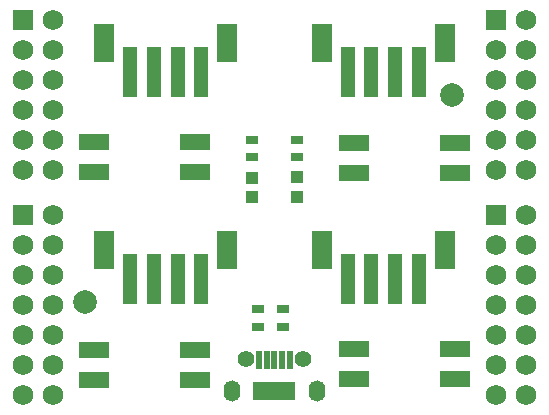
<source format=gts>
G04*
G04 #@! TF.GenerationSoftware,Altium Limited,Altium Designer,21.4.1 (30)*
G04*
G04 Layer_Color=8388736*
%FSLAX44Y44*%
%MOMM*%
G71*
G04*
G04 #@! TF.SameCoordinates,D9E7D647-E61C-487C-AA5F-480CAE51DE59*
G04*
G04*
G04 #@! TF.FilePolarity,Negative*
G04*
G01*
G75*
%ADD24R,1.0032X1.0032*%
%ADD25R,1.1032X0.8032*%
%ADD26R,3.6032X1.5532*%
%ADD27R,0.6032X1.5532*%
%ADD28R,2.6432X1.3332*%
%ADD29C,2.0000*%
%ADD30R,1.2032X4.2032*%
%ADD31R,1.8032X3.2032*%
G04:AMPARAMS|DCode=32|XSize=1.4032mm|YSize=1.8032mm|CornerRadius=0.7016mm|HoleSize=0mm|Usage=FLASHONLY|Rotation=180.000|XOffset=0mm|YOffset=0mm|HoleType=Round|Shape=RoundedRectangle|*
%AMROUNDEDRECTD32*
21,1,1.4032,0.4000,0,0,180.0*
21,1,0.0000,1.8032,0,0,180.0*
1,1,1.4032,0.0000,0.2000*
1,1,1.4032,0.0000,0.2000*
1,1,1.4032,0.0000,-0.2000*
1,1,1.4032,0.0000,-0.2000*
%
%ADD32ROUNDEDRECTD32*%
%ADD33C,1.4032*%
%ADD34C,1.7272*%
%ADD35R,1.7272X1.7272*%
D24*
X231350Y200451D02*
D03*
Y183950D02*
D03*
X269100Y184000D02*
D03*
Y200500D02*
D03*
D25*
X231100Y217500D02*
D03*
Y232500D02*
D03*
X269100Y217500D02*
D03*
Y232500D02*
D03*
X257500Y73900D02*
D03*
Y88900D02*
D03*
X236000Y73800D02*
D03*
Y88800D02*
D03*
D26*
X250100Y20100D02*
D03*
D27*
X243600Y45850D02*
D03*
X250100D02*
D03*
X237100D02*
D03*
X263100D02*
D03*
X256600D02*
D03*
D28*
X97100Y205000D02*
D03*
Y230400D02*
D03*
X317100Y204400D02*
D03*
Y229800D02*
D03*
X97100Y29300D02*
D03*
Y54700D02*
D03*
X317100Y29700D02*
D03*
Y55100D02*
D03*
X183100Y54700D02*
D03*
Y29300D02*
D03*
X403100Y55100D02*
D03*
Y29700D02*
D03*
Y229800D02*
D03*
Y204400D02*
D03*
X183100Y230400D02*
D03*
Y205000D02*
D03*
D29*
X90000Y95000D02*
D03*
X400000Y270000D02*
D03*
D30*
X352100Y289750D02*
D03*
Y114750D02*
D03*
X168100Y289875D02*
D03*
Y114875D02*
D03*
X188100D02*
D03*
X148100D02*
D03*
X128100D02*
D03*
X372100Y114750D02*
D03*
X332100D02*
D03*
X312100D02*
D03*
X372100Y289750D02*
D03*
X332100D02*
D03*
X312100D02*
D03*
X188100Y289875D02*
D03*
X148100D02*
D03*
X128100D02*
D03*
D31*
X106100Y139125D02*
D03*
X210100D02*
D03*
X394100Y139000D02*
D03*
X290100D02*
D03*
X394100Y314000D02*
D03*
X290100D02*
D03*
X106100Y314125D02*
D03*
X210100D02*
D03*
D32*
X286350Y20100D02*
D03*
X213850D02*
D03*
D33*
X225850Y46600D02*
D03*
X274350D02*
D03*
D34*
X437400Y308500D02*
D03*
X37400D02*
D03*
Y257700D02*
D03*
Y232300D02*
D03*
X62800D02*
D03*
Y257700D02*
D03*
Y283100D02*
D03*
X37400D02*
D03*
X62800Y308500D02*
D03*
Y206900D02*
D03*
X37400D02*
D03*
X62800Y333900D02*
D03*
X37400Y67210D02*
D03*
X62800D02*
D03*
Y92610D02*
D03*
Y118010D02*
D03*
X37400D02*
D03*
X62800Y143410D02*
D03*
X37400D02*
D03*
X62800Y41810D02*
D03*
X37400D02*
D03*
Y16410D02*
D03*
X62800D02*
D03*
X37400Y92610D02*
D03*
X62800Y168810D02*
D03*
X462800Y16410D02*
D03*
X437400D02*
D03*
Y143410D02*
D03*
X462800D02*
D03*
Y92610D02*
D03*
Y67210D02*
D03*
X437400D02*
D03*
Y92610D02*
D03*
X462800Y41810D02*
D03*
X437400D02*
D03*
X462800Y118010D02*
D03*
X437400D02*
D03*
X462800Y168810D02*
D03*
X437400Y206900D02*
D03*
X462800D02*
D03*
Y308500D02*
D03*
X437400Y283100D02*
D03*
X462800Y232300D02*
D03*
X437400D02*
D03*
X462800Y257700D02*
D03*
X437400D02*
D03*
X462800Y283100D02*
D03*
Y333900D02*
D03*
D35*
X37400D02*
D03*
Y168810D02*
D03*
X437400D02*
D03*
Y333900D02*
D03*
M02*

</source>
